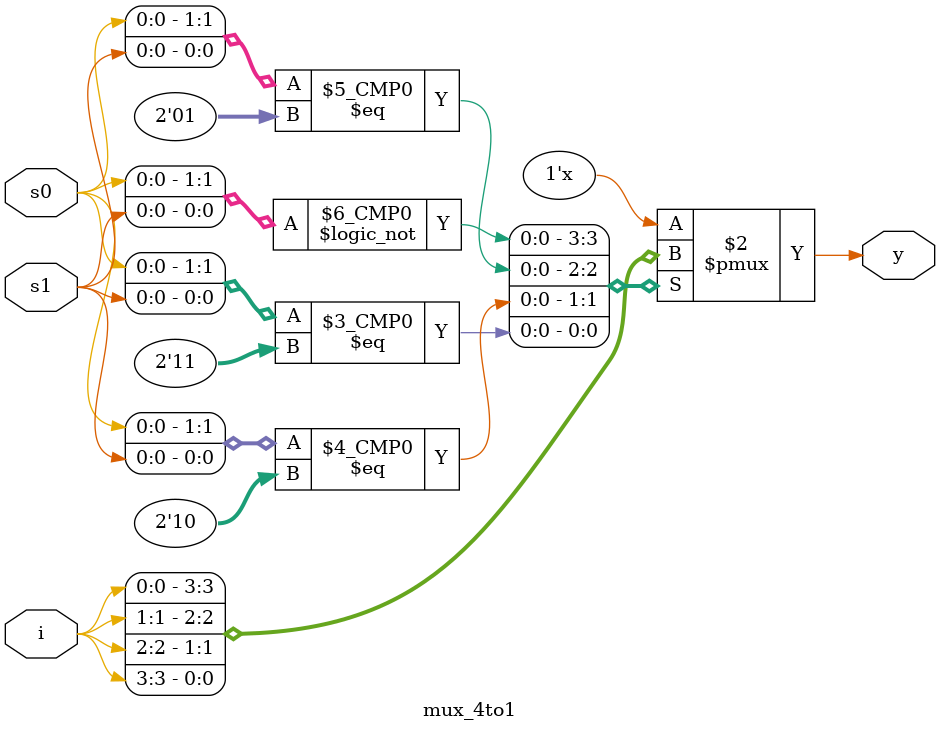
<source format=v>
`timescale 1ns / 1ps


module mux_4to1(y,s0,s1,i

    );
    input s0,s1;
    input [3:0]i;
    output y;
    reg y;
    always @(s0 or s1 or i)
    begin 
    case({s0,s1})
    2'b00:y=i[0];
    2'b01:y=i[1];
    2'b10:y=i[2];
    2'b11:y=i[3];
    endcase
    end 
endmodule

</source>
